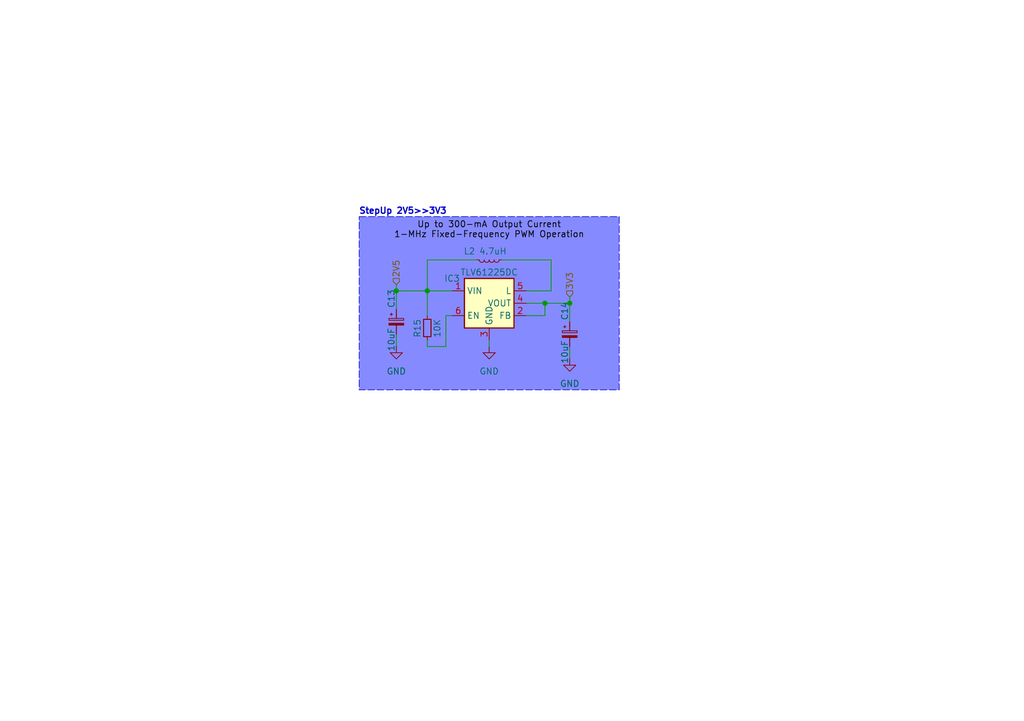
<source format=kicad_sch>
(kicad_sch (version 20231120) (generator "eeschema") (generator_version "8.0")
  (paper "A5")
  (title_block (title "Motor driver board") (date "2024-11-26") (rev "v0.1") (company "Intergalaktik d.o.o."))
  (lib_symbols
    (symbol "Device:C_Polarized_Small" (pin_numbers hide) (pin_names (offset 0.254) hide)
      (property "Reference" "C" (at 0.254 1.778 0))
      (property "Value" "C_Polarized_Small" (at 0.254 -2.032 0))
      (symbol "C_Polarized_Small_0_1"
        (rectangle (start -1.524 -0.3048) (end 1.524 -0.6858) (fill (type outline)))
        (rectangle (start -1.524 0.6858) (end 1.524 0.3048))
        (polyline (pts (xy -1.27 1.524) (xy -0.762 1.524)))
        (polyline (pts (xy -1.016 1.27) (xy -1.016 1.778)))
      )
      (symbol "C_Polarized_Small_1_1"
        (pin passive line (at 0 2.54 270) (length 1.8542) (name "~") (number "1"))
        (pin passive line (at 0 -2.54 90) (length 1.8542) (name "~") (number "2"))
      )
    )
    (symbol "Device:L_Small" (pin_numbers hide) (pin_names (offset 0.254) hide)
      (property "Reference" "L" (at 0.762 1.016 0))
      (property "Value" "L_Small" (at 0.762 -1.016 0))
      (symbol "L_Small_0_1"
        (arc (start 0 -2.032) (mid 0.5058 -1.524) (end 0 -1.016))
        (arc (start 0 -1.016) (mid 0.5058 -0.508) (end 0 0))
        (arc (start 0 0) (mid 0.5058 0.508) (end 0 1.016))
        (arc (start 0 1.016) (mid 0.5058 1.524) (end 0 2.032))
      )
      (symbol "L_Small_1_1"
        (pin passive line (at 0 2.54 270) (length 0.508) (name "~") (number "1"))
        (pin passive line (at 0 -2.54 90) (length 0.508) (name "~") (number "2"))
      )
    )
    (symbol "Device:R_Small" (pin_numbers hide) (pin_names (offset 0.254) hide)
      (property "Reference" "R" (at 0.762 0.508 0))
      (property "Value" "R_Small" (at 0.762 -1.016 0))
      (symbol "R_Small_0_1"
        (rectangle (start -0.762 1.778) (end 0.762 -1.778) (stroke (width 0.2032)))
      )
      (symbol "R_Small_1_1"
        (pin passive line (at 0 2.54 270) (length 0.762) (name "~") (number "1"))
        (pin passive line (at 0 -2.54 90) (length 0.762) (name "~") (number "2"))
      )
    )
    (symbol "GND_1" (power) (pin_numbers hide) (pin_names (offset 0) hide)
      (property "Value" "GND" (at 0 -3.81 0))
      (symbol "GND_1_0_1"
        (polyline (pts (xy 0 0) (xy 0 -1.27) (xy 1.27 -1.27) (xy 0 -2.54) (xy -1.27 -1.27) (xy 0 -1.27)))
      )
      (symbol "GND_1_1_1"
        (pin power_in line (at 0 0 270) (length 0) (name "~") (number "1"))
      )
    )
    (symbol "Regulator_Switching:TLV61225DC"
      (property "Reference" "U" (at -5.08 6.35 0))
      (property "Value" "TLV61225DC" (at 0 6.35 0))
      (symbol "TLV61225DC_0_1"
        (rectangle (start -5.08 5.08) (end 5.08 -5.08) (stroke (width 0.254)) (fill (type background)))
      )
      (symbol "TLV61225DC_1_1"
        (pin power_in line (at -7.62 2.54 0) (length 2.54) (name "VIN") (number "1"))
        (pin input line (at 7.62 -2.54 180) (length 2.54) (name "FB") (number "2"))
        (pin power_in line (at 0 -7.62 90) (length 2.54) (name "GND") (number "3"))
        (pin power_out line (at 7.62 0 180) (length 2.54) (name "VOUT") (number "4"))
        (pin input line (at 7.62 2.54 180) (length 2.54) (name "L") (number "5"))
        (pin input line (at -7.62 -2.54 0) (length 2.54) (name "EN") (number "6"))
      )
    )
  )
  (junction (at 81.28 59.69))
  (junction (at 116.84 62.23))
  (junction (at 111.76 62.23))
  (junction (at 87.63 59.69))
  (wire (pts (xy 111.76 64.77) (xy 111.76 62.23)))
  (wire (pts (xy 100.33 69.85) (xy 100.33 71.12)))
  (wire (pts (xy 87.63 59.69) (xy 87.63 64.77)))
  (wire (pts (xy 111.76 62.23) (xy 116.84 62.23)))
  (wire (pts (xy 81.28 59.69) (xy 81.28 63.5)))
  (wire (pts (xy 81.28 58.42) (xy 81.28 59.69)))
  (wire (pts (xy 107.95 62.23) (xy 111.76 62.23)))
  (wire (pts (xy 116.84 62.23) (xy 116.84 66.04)))
  (wire (pts (xy 107.95 64.77) (xy 111.76 64.77)))
  (wire (pts (xy 91.44 64.77) (xy 92.71 64.77)))
  (wire (pts (xy 87.63 59.69) (xy 92.71 59.69)))
  (wire (pts (xy 81.28 59.69) (xy 87.63 59.69)))
  (wire (pts (xy 87.63 71.12) (xy 91.44 71.12)))
  (wire (pts (xy 116.84 60.96) (xy 116.84 62.23)))
  (wire (pts (xy 81.28 68.58) (xy 81.28 71.12)))
  (wire (pts (xy 87.63 53.34) (xy 87.63 59.69)))
  (wire (pts (xy 113.03 59.69) (xy 107.95 59.69)))
  (wire (pts (xy 87.63 69.85) (xy 87.63 71.12)))
  (wire (pts (xy 116.84 73.66) (xy 116.84 71.12)))
  (wire (pts (xy 97.79 53.34) (xy 87.63 53.34)))
  (wire (pts (xy 91.44 71.12) (xy 91.44 64.77)))
  (wire (pts (xy 102.87 53.34) (xy 113.03 53.34)))
  (wire (pts (xy 113.03 53.34) (xy 113.03 59.69)))
  (rectangle (start 73.66 44.45) (end 127 80.01) (stroke (width 0.127) (type dash)) (fill (type color) (color 0 12 255 0.48)))
  (text "Up to 300-mA Output Current\n1-MHz Fixed-Frequency PWM Operation" (at 100.33 47.244 0) (effects (font (size 1.27 1.27))))
  (text "StepUp 2V5>>3V3" (at 91.694 44.196 0) (effects (font (size 1.27 1.27) (bold yes)) (justify right bottom)))
  (hierarchical_label "2V5" (shape input) (at 81.28 58.42 90))
  (hierarchical_label "3V3" (shape input) (at 116.84 60.96 90))
  (symbol (lib_id "Device:R_Small") (at 87.63 67.31 0) (unit 1)
    (property "Reference" "R15" (at 85.598 69.342 90) (effects (justify left)))
    (property "Value" "10K" (at 89.662 69.342 90) (effects (justify left)))
    (property "Footprint" "Resistor_SMD:R_0402_1005Metric" (effects (hide yes)))
    (property "Description" "Resistor, small symbol" (effects (hide yes)))
    (property "MPN" " RC0603FR-071K1L" (effects (hide yes)))
    (property "Mouser" "603-RC0603FR-071K1L" (effects (hide yes)))
    (instances (project "" (path "" (reference "R15") (unit 1))) (project "" (path "" (reference "R15") (unit 1))) (project "" (path "" (reference "R14") (unit 1))))
  )
  (symbol (lib_name "GND_1") (lib_id "power:GND") (at 100.33 71.12 0) (unit 1)
    (property "Reference" "#PWR0105" (effects (hide yes)))
    (property "Value" "GND" (at 100.33 76.2 0))
    (property "Description" "Power symbol creates a global label with name \"GND\" , ground" (effects (hide yes)))
    (instances (project "" (path "" (reference "#PWR0105") (unit 1))) (project "" (path "" (reference "#PWR0105") (unit 1))) (project "USB" (path "" (reference "#PWR019") (unit 1))))
  )
  (symbol (lib_id "Regulator_Switching:TLV61225DC") (at 100.33 62.23 0) (unit 1)
    (property "Reference" "IC3" (at 92.71 57.15 0))
    (property "Value" "TLV61225DC" (at 100.33 55.88 0))
    (property "Footprint" "Package_TO_SOT_SMD:SOT-363_SC-70-6" (effects (hide yes)))
    (property "Datasheet" "https://www.ti.com/lit/ds/symlink/tlv61225.pdf" (effects (hide yes)))
    (property "Description" "Fixed 3.3V Output Voltage Boost Converter with Power Diode and Isolation Switch, 5uA Quiescent Current, SOT-363" (effects (hide yes)))
  )
  (symbol (lib_id "Device:C_Polarized_Small") (at 81.28 66.04 0) (unit 1)
    (property "Reference" "C13" (at 80.264 63.246 90) (effects (justify left)))
    (property "Value" "10uF" (at 80.264 72.136 90) (effects (justify left)))
    (property "Footprint" "Capacitor_SMD:C_0402_1005Metric" (effects (hide yes)))
    (property "Datasheet" "TAJA106K016RNJ" (effects (hide yes)))
    (property "Description" "Polarized capacitor, small symbol" (effects (hide yes)))
    (instances (project "" (path "" (reference "C13") (unit 1))) (project "" (path "" (reference "C13") (unit 1))) (project "" (path "" (reference "C1") (unit 1))))
  )
  (symbol (lib_name "GND_1") (lib_id "power:GND") (at 116.84 73.66 0) (unit 1)
    (property "Reference" "#PWR0107" (effects (hide yes)))
    (property "Value" "GND" (at 116.84 78.74 0))
    (property "Description" "Power symbol creates a global label with name \"GND\" , ground" (effects (hide yes)))
    (instances (project "" (path "" (reference "#PWR0107") (unit 1))) (project "" (path "" (reference "#PWR0107") (unit 1))) (project "USB" (path "" (reference "#PWR020") (unit 1))))
  )
  (symbol (lib_id "Device:L_Small") (at 100.33 53.34 270) (unit 1)
    (property "Reference" "L2" (at 96.266 51.562 90))
    (property "Value" "4.7uH" (at 101.092 51.562 90))
    (property "Footprint" "Inductor_SMD:L_0603_1608Metric" (effects (hide yes)))
    (instances (project "GamePad_I2S_audio" (path "" (reference "L2") (unit 1))) (project "GamePad_I2S_audio" (path "" (reference "L2") (unit 1))) (project "" (path "" (reference "L1") (unit 1))) (project "" (path "" (reference "L2") (unit 1))))
  )
  (symbol (lib_id "Device:C_Polarized_Small") (at 116.84 68.58 0) (unit 1)
    (property "Reference" "C14" (at 115.824 65.786 90) (effects (justify left)))
    (property "Value" "10uF" (at 115.824 74.676 90) (effects (justify left)))
    (property "Footprint" "Capacitor_SMD:C_0402_1005Metric" (effects (hide yes)))
    (property "Datasheet" "TAJA106K016RNJ" (effects (hide yes)))
    (property "Description" "Polarized capacitor, small symbol" (effects (hide yes)))
    (instances (project "" (path "" (reference "C14") (unit 1))) (project "" (path "" (reference "C14") (unit 1))) (project "USB" (path "" (reference "C2") (unit 1))))
  )
  (symbol (lib_name "GND_1") (lib_id "power:GND") (at 81.28 71.12 0) (unit 1)
    (property "Reference" "#PWR0106" (effects (hide yes)))
    (property "Value" "GND" (at 81.28 76.2 0))
    (property "Description" "Power symbol creates a global label with name \"GND\" , ground" (effects (hide yes)))
    (instances (project "" (path "" (reference "#PWR0106") (unit 1))) (project "" (path "" (reference "#PWR0106") (unit 1))) (project "" (path "" (reference "#PWR018") (unit 1))))
  )
)
</source>
